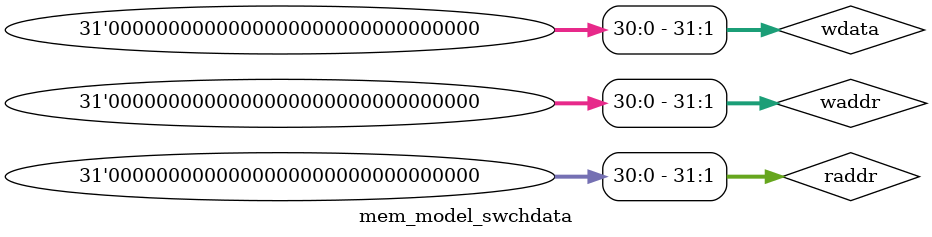
<source format=sv>


module mem_model_swchdata(MEMIF_SWCHDATA.to_mem  memif,AXI_clks.to_rtl clks);

parameter DWIDTH = 32;
parameter AWIDTH = 32; 
parameter MEM_DEPTH = (1<<AWIDTH);

logic  [AWIDTH-1:0] waddr;
logic  [DWIDTH-1:0] wdata;
logic               write;
logic  [AWIDTH-1:0] raddr;
logic  [DWIDTH-1:0] rdata;

assign waddr          = memif.f0_waddr;
assign wdata          = memif.f0_wdata;
assign write          = memif.f0_write;
assign raddr          = memif.f0_raddr;
assign memif.f0_rdata = rdata;


reg [DWIDTH-1:0] mem[0:MEM_DEPTH-1];

logic [DWIDTH-1:0] m00,m01,m02,m03;
assign m00=mem[0];
assign m01=mem[1];
assign m02=mem[2];
assign m03=mem[3];

always @(*) begin
  rdata <= #1 mem[raddr];
end

always @(posedge(clks.clk)) begin
  if(write) begin
    mem[waddr]<=#1 wdata;
  end
end

endmodule

</source>
